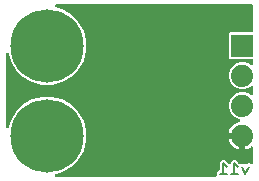
<source format=gbr>
G04 EAGLE Gerber RS-274X export*
G75*
%MOMM*%
%FSLAX34Y34*%
%LPD*%
%INBottom Copper*%
%IPPOS*%
%AMOC8*
5,1,8,0,0,1.08239X$1,22.5*%
G01*
%ADD10C,0.152400*%
%ADD11C,6.197600*%
%ADD12R,1.879600X1.879600*%
%ADD13C,1.879600*%

G36*
X180370Y3318D02*
X180370Y3318D01*
X180488Y3325D01*
X180527Y3338D01*
X180567Y3343D01*
X180678Y3386D01*
X180791Y3423D01*
X180825Y3445D01*
X180863Y3460D01*
X180959Y3529D01*
X181060Y3593D01*
X181087Y3623D01*
X181120Y3646D01*
X181196Y3738D01*
X181277Y3825D01*
X181297Y3860D01*
X181323Y3891D01*
X181373Y3999D01*
X181431Y4103D01*
X181441Y4143D01*
X181458Y4179D01*
X181481Y4296D01*
X181510Y4411D01*
X181514Y4471D01*
X181518Y4491D01*
X181517Y4512D01*
X181521Y4572D01*
X181521Y7000D01*
X183161Y8640D01*
X183251Y8652D01*
X183369Y8659D01*
X183408Y8672D01*
X183448Y8677D01*
X183559Y8720D01*
X183672Y8757D01*
X183706Y8779D01*
X183744Y8794D01*
X183840Y8863D01*
X183941Y8927D01*
X183968Y8957D01*
X184001Y8980D01*
X184077Y9072D01*
X184159Y9159D01*
X184178Y9194D01*
X184204Y9225D01*
X184255Y9333D01*
X184312Y9437D01*
X184322Y9477D01*
X184339Y9513D01*
X184362Y9630D01*
X184392Y9745D01*
X184395Y9805D01*
X184399Y9825D01*
X184398Y9846D01*
X184402Y9906D01*
X184402Y15643D01*
X186039Y17280D01*
X188354Y17280D01*
X190363Y15271D01*
X191590Y14044D01*
X191700Y13959D01*
X191807Y13870D01*
X191826Y13861D01*
X191841Y13849D01*
X191969Y13794D01*
X192095Y13735D01*
X192115Y13731D01*
X192133Y13723D01*
X192271Y13701D01*
X192407Y13675D01*
X192427Y13676D01*
X192447Y13673D01*
X192586Y13686D01*
X192725Y13695D01*
X192744Y13701D01*
X192764Y13703D01*
X192895Y13750D01*
X193027Y13793D01*
X193044Y13803D01*
X193063Y13810D01*
X193178Y13888D01*
X193296Y13963D01*
X193310Y13978D01*
X193326Y13989D01*
X193418Y14093D01*
X193514Y14194D01*
X193524Y14212D01*
X193537Y14227D01*
X193600Y14351D01*
X193667Y14473D01*
X193672Y14492D01*
X193682Y14511D01*
X193712Y14645D01*
X193747Y14781D01*
X193749Y14809D01*
X193751Y14821D01*
X193751Y14841D01*
X193757Y14941D01*
X193757Y15643D01*
X195394Y17280D01*
X197709Y17280D01*
X199718Y15271D01*
X200535Y14454D01*
X200594Y14408D01*
X200647Y14355D01*
X200719Y14311D01*
X200787Y14259D01*
X200855Y14229D01*
X200919Y14191D01*
X201000Y14167D01*
X201078Y14133D01*
X201152Y14121D01*
X201224Y14100D01*
X201309Y14096D01*
X201393Y14083D01*
X201467Y14090D01*
X201541Y14087D01*
X201624Y14105D01*
X201709Y14113D01*
X201779Y14138D01*
X201852Y14154D01*
X202001Y14216D01*
X202811Y14622D01*
X205506Y13724D01*
X205514Y13722D01*
X205523Y13718D01*
X205669Y13691D01*
X205817Y13662D01*
X205827Y13662D01*
X205835Y13660D01*
X205985Y13671D01*
X206135Y13679D01*
X206144Y13682D01*
X206153Y13682D01*
X206308Y13724D01*
X209002Y14622D01*
X210760Y13743D01*
X210850Y13711D01*
X210935Y13671D01*
X210999Y13659D01*
X211060Y13637D01*
X211155Y13629D01*
X211248Y13611D01*
X211312Y13615D01*
X211377Y13610D01*
X211471Y13625D01*
X211565Y13631D01*
X211627Y13651D01*
X211691Y13662D01*
X211778Y13700D01*
X211867Y13729D01*
X211922Y13764D01*
X211982Y13790D01*
X212056Y13849D01*
X212136Y13899D01*
X212181Y13946D01*
X212232Y13987D01*
X212289Y14062D01*
X212354Y14131D01*
X212385Y14188D01*
X212425Y14239D01*
X212462Y14327D01*
X212508Y14409D01*
X212524Y14472D01*
X212549Y14532D01*
X212563Y14626D01*
X212587Y14717D01*
X212594Y14828D01*
X212597Y14847D01*
X212596Y14856D01*
X212597Y14878D01*
X212597Y27679D01*
X212592Y27719D01*
X212595Y27759D01*
X212572Y27876D01*
X212557Y27995D01*
X212543Y28032D01*
X212535Y28071D01*
X212484Y28179D01*
X212440Y28291D01*
X212417Y28323D01*
X212400Y28359D01*
X212324Y28451D01*
X212254Y28548D01*
X212223Y28573D01*
X212198Y28604D01*
X212101Y28674D01*
X212009Y28751D01*
X211973Y28768D01*
X211940Y28791D01*
X211829Y28835D01*
X211721Y28886D01*
X211682Y28894D01*
X211645Y28909D01*
X211526Y28924D01*
X211409Y28946D01*
X211369Y28944D01*
X211329Y28949D01*
X211211Y28934D01*
X211091Y28926D01*
X211053Y28914D01*
X211014Y28909D01*
X210902Y28865D01*
X210789Y28828D01*
X210755Y28807D01*
X210718Y28792D01*
X210582Y28706D01*
X209457Y27889D01*
X207783Y27036D01*
X205996Y26455D01*
X205739Y26415D01*
X205739Y36830D01*
X205724Y36948D01*
X205717Y37067D01*
X205704Y37105D01*
X205699Y37145D01*
X205656Y37256D01*
X205619Y37369D01*
X205597Y37403D01*
X205582Y37441D01*
X205512Y37537D01*
X205449Y37638D01*
X205419Y37666D01*
X205395Y37698D01*
X205304Y37774D01*
X205217Y37856D01*
X205182Y37875D01*
X205151Y37901D01*
X205043Y37952D01*
X204939Y38009D01*
X204899Y38020D01*
X204863Y38037D01*
X204746Y38059D01*
X204631Y38089D01*
X204570Y38093D01*
X204550Y38097D01*
X204530Y38095D01*
X204470Y38099D01*
X203199Y38099D01*
X203199Y39370D01*
X203184Y39488D01*
X203177Y39607D01*
X203164Y39645D01*
X203159Y39685D01*
X203115Y39796D01*
X203079Y39909D01*
X203057Y39944D01*
X203042Y39981D01*
X202972Y40077D01*
X202909Y40178D01*
X202879Y40206D01*
X202855Y40239D01*
X202764Y40314D01*
X202677Y40396D01*
X202642Y40416D01*
X202610Y40441D01*
X202503Y40492D01*
X202398Y40550D01*
X202359Y40560D01*
X202323Y40577D01*
X202206Y40599D01*
X202091Y40629D01*
X202030Y40633D01*
X202010Y40637D01*
X201990Y40635D01*
X201930Y40639D01*
X191515Y40639D01*
X191555Y40896D01*
X192136Y42683D01*
X192989Y44357D01*
X194094Y45878D01*
X195422Y47206D01*
X196943Y48311D01*
X198617Y49164D01*
X200434Y49754D01*
X200520Y49779D01*
X200646Y49810D01*
X200673Y49824D01*
X200702Y49832D01*
X200813Y49898D01*
X200927Y49958D01*
X200950Y49979D01*
X200976Y49994D01*
X201067Y50085D01*
X201163Y50172D01*
X201179Y50197D01*
X201200Y50219D01*
X201266Y50330D01*
X201337Y50438D01*
X201347Y50467D01*
X201363Y50492D01*
X201399Y50616D01*
X201441Y50739D01*
X201443Y50769D01*
X201451Y50798D01*
X201456Y50927D01*
X201466Y51056D01*
X201461Y51086D01*
X201462Y51116D01*
X201434Y51242D01*
X201411Y51369D01*
X201399Y51397D01*
X201393Y51426D01*
X201334Y51541D01*
X201281Y51659D01*
X201262Y51683D01*
X201248Y51710D01*
X201163Y51806D01*
X201082Y51908D01*
X201058Y51926D01*
X201038Y51948D01*
X200932Y52021D01*
X200828Y52099D01*
X200790Y52118D01*
X200776Y52127D01*
X200755Y52135D01*
X200684Y52170D01*
X196725Y53809D01*
X193509Y57025D01*
X191769Y61226D01*
X191769Y65774D01*
X193509Y69975D01*
X196725Y73191D01*
X200926Y74931D01*
X205474Y74931D01*
X209675Y73191D01*
X210431Y72435D01*
X210540Y72350D01*
X210647Y72261D01*
X210666Y72252D01*
X210682Y72240D01*
X210810Y72185D01*
X210935Y72126D01*
X210955Y72122D01*
X210974Y72114D01*
X211112Y72092D01*
X211248Y72066D01*
X211268Y72067D01*
X211288Y72064D01*
X211427Y72077D01*
X211565Y72086D01*
X211584Y72092D01*
X211604Y72094D01*
X211736Y72141D01*
X211867Y72184D01*
X211885Y72194D01*
X211904Y72201D01*
X212019Y72279D01*
X212136Y72354D01*
X212150Y72368D01*
X212167Y72380D01*
X212259Y72484D01*
X212354Y72585D01*
X212364Y72603D01*
X212377Y72618D01*
X212440Y72742D01*
X212508Y72864D01*
X212513Y72883D01*
X212522Y72901D01*
X212552Y73037D01*
X212587Y73172D01*
X212589Y73200D01*
X212592Y73212D01*
X212591Y73232D01*
X212597Y73332D01*
X212597Y79068D01*
X212580Y79206D01*
X212567Y79344D01*
X212560Y79363D01*
X212557Y79383D01*
X212506Y79512D01*
X212459Y79643D01*
X212448Y79660D01*
X212440Y79679D01*
X212359Y79791D01*
X212281Y79906D01*
X212265Y79920D01*
X212254Y79936D01*
X212146Y80025D01*
X212042Y80117D01*
X212024Y80126D01*
X212009Y80139D01*
X211883Y80198D01*
X211759Y80261D01*
X211739Y80266D01*
X211721Y80274D01*
X211584Y80301D01*
X211449Y80331D01*
X211428Y80330D01*
X211409Y80334D01*
X211270Y80326D01*
X211131Y80321D01*
X211111Y80316D01*
X211091Y80314D01*
X210959Y80272D01*
X210825Y80233D01*
X210808Y80223D01*
X210789Y80216D01*
X210671Y80142D01*
X210551Y80071D01*
X210530Y80053D01*
X210520Y80046D01*
X210506Y80031D01*
X210431Y79965D01*
X209675Y79209D01*
X205474Y77469D01*
X200926Y77469D01*
X196725Y79209D01*
X193509Y82425D01*
X191769Y86626D01*
X191769Y91174D01*
X193509Y95375D01*
X196725Y98591D01*
X200926Y100331D01*
X205474Y100331D01*
X209675Y98591D01*
X210431Y97835D01*
X210540Y97750D01*
X210647Y97661D01*
X210666Y97652D01*
X210682Y97640D01*
X210810Y97585D01*
X210935Y97526D01*
X210955Y97522D01*
X210974Y97514D01*
X211112Y97492D01*
X211248Y97466D01*
X211268Y97467D01*
X211288Y97464D01*
X211427Y97477D01*
X211565Y97486D01*
X211584Y97492D01*
X211604Y97494D01*
X211736Y97541D01*
X211867Y97584D01*
X211885Y97594D01*
X211904Y97601D01*
X212019Y97679D01*
X212136Y97754D01*
X212150Y97768D01*
X212167Y97780D01*
X212259Y97884D01*
X212354Y97985D01*
X212364Y98003D01*
X212377Y98018D01*
X212440Y98142D01*
X212508Y98264D01*
X212513Y98283D01*
X212522Y98301D01*
X212552Y98437D01*
X212587Y98572D01*
X212589Y98600D01*
X212592Y98612D01*
X212591Y98632D01*
X212597Y98732D01*
X212597Y101600D01*
X212582Y101718D01*
X212575Y101837D01*
X212562Y101875D01*
X212557Y101916D01*
X212514Y102026D01*
X212477Y102139D01*
X212455Y102174D01*
X212440Y102211D01*
X212371Y102307D01*
X212307Y102408D01*
X212277Y102436D01*
X212254Y102469D01*
X212162Y102545D01*
X212075Y102626D01*
X212040Y102646D01*
X212009Y102671D01*
X211901Y102722D01*
X211797Y102780D01*
X211757Y102790D01*
X211721Y102807D01*
X211604Y102829D01*
X211489Y102859D01*
X211429Y102863D01*
X211409Y102867D01*
X211388Y102865D01*
X211328Y102869D01*
X192960Y102869D01*
X191769Y104060D01*
X191769Y124540D01*
X192960Y125731D01*
X211328Y125731D01*
X211446Y125746D01*
X211565Y125753D01*
X211603Y125766D01*
X211644Y125771D01*
X211754Y125814D01*
X211867Y125851D01*
X211902Y125873D01*
X211939Y125888D01*
X212035Y125957D01*
X212136Y126021D01*
X212164Y126051D01*
X212197Y126074D01*
X212273Y126166D01*
X212354Y126253D01*
X212374Y126288D01*
X212399Y126319D01*
X212450Y126427D01*
X212508Y126531D01*
X212518Y126571D01*
X212535Y126607D01*
X212557Y126724D01*
X212587Y126839D01*
X212591Y126899D01*
X212595Y126919D01*
X212593Y126940D01*
X212597Y127000D01*
X212597Y147828D01*
X212582Y147946D01*
X212575Y148065D01*
X212562Y148103D01*
X212557Y148144D01*
X212514Y148254D01*
X212477Y148367D01*
X212455Y148402D01*
X212440Y148439D01*
X212371Y148535D01*
X212307Y148636D01*
X212277Y148664D01*
X212254Y148697D01*
X212162Y148773D01*
X212075Y148854D01*
X212040Y148874D01*
X212009Y148899D01*
X211901Y148950D01*
X211797Y149008D01*
X211757Y149018D01*
X211721Y149035D01*
X211604Y149057D01*
X211489Y149087D01*
X211429Y149091D01*
X211409Y149095D01*
X211388Y149093D01*
X211328Y149097D01*
X45458Y149097D01*
X45308Y149078D01*
X45155Y149061D01*
X45149Y149058D01*
X45142Y149057D01*
X45002Y149002D01*
X44859Y148947D01*
X44853Y148943D01*
X44847Y148940D01*
X44724Y148851D01*
X44599Y148763D01*
X44595Y148758D01*
X44589Y148754D01*
X44492Y148636D01*
X44394Y148520D01*
X44391Y148514D01*
X44387Y148509D01*
X44322Y148371D01*
X44255Y148234D01*
X44254Y148227D01*
X44251Y148221D01*
X44223Y148072D01*
X44192Y147922D01*
X44193Y147915D01*
X44191Y147909D01*
X44201Y147757D01*
X44209Y147604D01*
X44211Y147598D01*
X44211Y147591D01*
X44258Y147447D01*
X44303Y147301D01*
X44307Y147295D01*
X44309Y147289D01*
X44391Y147160D01*
X44471Y147030D01*
X44476Y147026D01*
X44479Y147020D01*
X44591Y146915D01*
X44700Y146810D01*
X44706Y146807D01*
X44711Y146802D01*
X44844Y146729D01*
X44977Y146653D01*
X44986Y146651D01*
X44989Y146648D01*
X45000Y146646D01*
X45129Y146602D01*
X50845Y145070D01*
X58375Y140723D01*
X64523Y134575D01*
X68870Y127045D01*
X71121Y118647D01*
X71121Y109953D01*
X68870Y101555D01*
X64523Y94025D01*
X58375Y87877D01*
X50845Y83530D01*
X42447Y81279D01*
X33753Y81279D01*
X25355Y83530D01*
X17825Y87877D01*
X11677Y94025D01*
X7330Y101555D01*
X5798Y107271D01*
X5741Y107411D01*
X5684Y107553D01*
X5680Y107559D01*
X5678Y107565D01*
X5587Y107687D01*
X5498Y107811D01*
X5492Y107815D01*
X5488Y107820D01*
X5370Y107916D01*
X5253Y108013D01*
X5246Y108016D01*
X5241Y108021D01*
X5103Y108084D01*
X4965Y108149D01*
X4958Y108150D01*
X4952Y108153D01*
X4802Y108180D01*
X4652Y108209D01*
X4646Y108208D01*
X4639Y108210D01*
X4486Y108198D01*
X4335Y108189D01*
X4329Y108187D01*
X4322Y108186D01*
X4176Y108137D01*
X4033Y108091D01*
X4027Y108087D01*
X4020Y108085D01*
X3891Y108002D01*
X3764Y107921D01*
X3759Y107916D01*
X3754Y107912D01*
X3650Y107799D01*
X3546Y107689D01*
X3543Y107683D01*
X3538Y107678D01*
X3465Y107543D01*
X3392Y107411D01*
X3391Y107404D01*
X3388Y107398D01*
X3351Y107250D01*
X3313Y107103D01*
X3312Y107094D01*
X3311Y107089D01*
X3311Y107079D01*
X3303Y106942D01*
X3303Y45458D01*
X3322Y45308D01*
X3339Y45155D01*
X3342Y45149D01*
X3343Y45142D01*
X3398Y45002D01*
X3453Y44859D01*
X3457Y44853D01*
X3460Y44847D01*
X3549Y44724D01*
X3637Y44599D01*
X3642Y44595D01*
X3646Y44589D01*
X3764Y44492D01*
X3880Y44394D01*
X3886Y44391D01*
X3891Y44387D01*
X4029Y44322D01*
X4166Y44255D01*
X4173Y44254D01*
X4179Y44251D01*
X4328Y44223D01*
X4478Y44192D01*
X4485Y44193D01*
X4491Y44191D01*
X4643Y44201D01*
X4796Y44209D01*
X4802Y44211D01*
X4809Y44211D01*
X4953Y44258D01*
X5099Y44303D01*
X5105Y44307D01*
X5111Y44309D01*
X5240Y44391D01*
X5370Y44471D01*
X5374Y44476D01*
X5380Y44479D01*
X5485Y44591D01*
X5590Y44700D01*
X5593Y44706D01*
X5598Y44711D01*
X5671Y44844D01*
X5747Y44977D01*
X5749Y44986D01*
X5752Y44989D01*
X5754Y45000D01*
X5798Y45129D01*
X7330Y50845D01*
X11677Y58375D01*
X17825Y64523D01*
X25355Y68870D01*
X33753Y71121D01*
X42447Y71121D01*
X50845Y68870D01*
X58375Y64523D01*
X64523Y58375D01*
X68870Y50845D01*
X71121Y42447D01*
X71121Y33753D01*
X68870Y25355D01*
X64523Y17825D01*
X58375Y11677D01*
X50845Y7330D01*
X45129Y5798D01*
X44989Y5740D01*
X44847Y5684D01*
X44841Y5680D01*
X44835Y5678D01*
X44713Y5587D01*
X44589Y5498D01*
X44585Y5492D01*
X44580Y5488D01*
X44484Y5370D01*
X44387Y5253D01*
X44384Y5246D01*
X44379Y5241D01*
X44316Y5103D01*
X44251Y4965D01*
X44250Y4958D01*
X44247Y4952D01*
X44220Y4802D01*
X44191Y4652D01*
X44192Y4646D01*
X44191Y4639D01*
X44202Y4486D01*
X44211Y4335D01*
X44213Y4329D01*
X44214Y4322D01*
X44262Y4177D01*
X44309Y4033D01*
X44313Y4027D01*
X44315Y4020D01*
X44398Y3891D01*
X44479Y3764D01*
X44484Y3759D01*
X44488Y3754D01*
X44601Y3650D01*
X44711Y3546D01*
X44717Y3543D01*
X44722Y3538D01*
X44857Y3465D01*
X44989Y3392D01*
X44996Y3391D01*
X45002Y3388D01*
X45150Y3351D01*
X45297Y3313D01*
X45306Y3312D01*
X45311Y3311D01*
X45321Y3311D01*
X45458Y3303D01*
X180251Y3303D01*
X180370Y3318D01*
G37*
%LPC*%
G36*
X200404Y26455D02*
X200404Y26455D01*
X198617Y27036D01*
X196943Y27889D01*
X195422Y28994D01*
X194094Y30322D01*
X192989Y31843D01*
X192136Y33517D01*
X191555Y35304D01*
X191515Y35561D01*
X200661Y35561D01*
X200661Y26415D01*
X200404Y26455D01*
G37*
%LPD*%
D10*
X208788Y11604D02*
X205907Y5842D01*
X203026Y11604D01*
X199433Y11604D02*
X196552Y14485D01*
X196552Y5842D01*
X199433Y5842D02*
X193671Y5842D01*
X190078Y11604D02*
X187197Y14485D01*
X187197Y5842D01*
X190078Y5842D02*
X184315Y5842D01*
D11*
X38100Y114300D03*
X38100Y38100D03*
D12*
X203200Y114300D03*
D13*
X203200Y88900D03*
X203200Y63500D03*
X203200Y38100D03*
M02*

</source>
